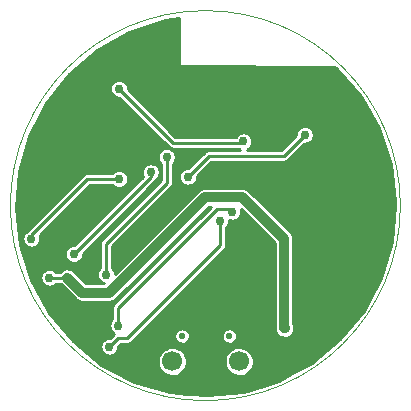
<source format=gbl>
G04 (created by PCBNEW (2013-07-07 BZR 4022)-stable) date 2/27/2015 9:27:32 PM*
%MOIN*%
G04 Gerber Fmt 3.4, Leading zero omitted, Abs format*
%FSLAX34Y34*%
G01*
G70*
G90*
G04 APERTURE LIST*
%ADD10C,0.00590551*%
%ADD11C,0.00393701*%
%ADD12C,0.0669291*%
%ADD13C,0.0216535*%
%ADD14C,0.03*%
%ADD15C,0.035*%
%ADD16C,0.01*%
%ADD17C,0.032*%
G04 APERTURE END LIST*
G54D10*
G54D11*
X84500Y-52000D02*
G75*
G03X84500Y-52000I-6500J0D01*
G74*
G01*
G54D12*
X76899Y-57195D03*
X79124Y-57195D03*
G54D13*
X77224Y-56348D03*
X78799Y-56348D03*
G54D14*
X75120Y-48100D03*
X79270Y-49860D03*
X76710Y-50380D03*
X74690Y-54300D03*
X78500Y-52500D03*
X74800Y-56700D03*
X74000Y-49600D03*
X73500Y-49600D03*
X74000Y-49200D03*
X76890Y-48540D03*
X76905Y-47925D03*
X77445Y-48570D03*
X83025Y-51585D03*
X83025Y-52290D03*
X83040Y-54945D03*
X82425Y-51585D03*
X76180Y-50890D03*
X73619Y-53613D03*
X72200Y-53100D03*
X75120Y-51110D03*
G54D15*
X80640Y-56085D03*
G54D14*
X72800Y-54400D03*
X75100Y-56000D03*
X78900Y-52200D03*
X81315Y-49635D03*
X77420Y-51037D03*
G54D16*
X76920Y-49900D02*
X75120Y-48100D01*
X79230Y-49900D02*
X76920Y-49900D01*
X79270Y-49860D02*
X79230Y-49900D01*
X76710Y-51240D02*
X76710Y-50380D01*
X74680Y-53270D02*
X76710Y-51240D01*
X74680Y-54290D02*
X74680Y-53270D01*
X74690Y-54300D02*
X74680Y-54290D01*
X78500Y-53300D02*
X78500Y-52500D01*
X75400Y-56400D02*
X78500Y-53300D01*
X75100Y-56400D02*
X75400Y-56400D01*
X74800Y-56700D02*
X75100Y-56400D01*
X83025Y-54930D02*
X83025Y-52290D01*
X83040Y-54945D02*
X83025Y-54930D01*
X76180Y-51052D02*
X76180Y-50890D01*
X73619Y-53613D02*
X76180Y-51052D01*
X72190Y-52990D02*
X72190Y-53090D01*
X72190Y-53090D02*
X72200Y-53100D01*
X74070Y-51110D02*
X75120Y-51110D01*
X72190Y-52990D02*
X74070Y-51110D01*
X73400Y-54400D02*
X72800Y-54400D01*
G54D17*
X77980Y-51720D02*
X74800Y-54900D01*
X74800Y-54900D02*
X73900Y-54900D01*
X73900Y-54900D02*
X73400Y-54400D01*
X79230Y-51720D02*
X77980Y-51720D01*
X80625Y-53115D02*
X79230Y-51720D01*
X80625Y-56070D02*
X80625Y-53115D01*
X80640Y-56085D02*
X80625Y-56070D01*
G54D16*
X78900Y-52100D02*
X78900Y-52200D01*
X78400Y-52100D02*
X78900Y-52100D01*
X75100Y-55400D02*
X78400Y-52100D01*
X75100Y-55400D02*
X75100Y-56000D01*
X80610Y-50340D02*
X81315Y-49635D01*
X78117Y-50340D02*
X80610Y-50340D01*
X77420Y-51037D02*
X78117Y-50340D01*
G54D10*
G36*
X84330Y-51992D02*
X84208Y-53229D01*
X83851Y-54411D01*
X83271Y-55502D01*
X82491Y-56459D01*
X81615Y-57184D01*
X81615Y-49605D01*
X81603Y-49547D01*
X81581Y-49493D01*
X81548Y-49444D01*
X81507Y-49402D01*
X81458Y-49369D01*
X81404Y-49347D01*
X81346Y-49335D01*
X81287Y-49334D01*
X81229Y-49345D01*
X81175Y-49367D01*
X81126Y-49400D01*
X81084Y-49441D01*
X81050Y-49489D01*
X81027Y-49543D01*
X81015Y-49601D01*
X81014Y-49652D01*
X80527Y-50140D01*
X79377Y-50140D01*
X79405Y-50129D01*
X79455Y-50097D01*
X79498Y-50056D01*
X79532Y-50008D01*
X79556Y-49955D01*
X79569Y-49897D01*
X79570Y-49830D01*
X79558Y-49772D01*
X79536Y-49718D01*
X79503Y-49669D01*
X79462Y-49627D01*
X79413Y-49594D01*
X79359Y-49572D01*
X79301Y-49560D01*
X79242Y-49559D01*
X79184Y-49570D01*
X79130Y-49592D01*
X79081Y-49625D01*
X79039Y-49666D01*
X79015Y-49700D01*
X77002Y-49700D01*
X75419Y-48116D01*
X75420Y-48070D01*
X75408Y-48012D01*
X75386Y-47958D01*
X75353Y-47909D01*
X75312Y-47867D01*
X75263Y-47834D01*
X75209Y-47812D01*
X75151Y-47800D01*
X75092Y-47799D01*
X75034Y-47810D01*
X74980Y-47832D01*
X74931Y-47865D01*
X74889Y-47906D01*
X74855Y-47954D01*
X74832Y-48008D01*
X74820Y-48066D01*
X74819Y-48125D01*
X74830Y-48183D01*
X74851Y-48237D01*
X74883Y-48287D01*
X74924Y-48329D01*
X74972Y-48363D01*
X75026Y-48386D01*
X75084Y-48399D01*
X75137Y-48400D01*
X76778Y-50041D01*
X76792Y-50053D01*
X76807Y-50065D01*
X76807Y-50065D01*
X76808Y-50066D01*
X76825Y-50074D01*
X76841Y-50083D01*
X76842Y-50084D01*
X76843Y-50084D01*
X76860Y-50090D01*
X76878Y-50095D01*
X76879Y-50095D01*
X76880Y-50096D01*
X76898Y-50097D01*
X76917Y-50099D01*
X76919Y-50099D01*
X76919Y-50099D01*
X76919Y-50099D01*
X76920Y-50100D01*
X79089Y-50100D01*
X79122Y-50123D01*
X79161Y-50140D01*
X78117Y-50140D01*
X78098Y-50141D01*
X78080Y-50143D01*
X78079Y-50143D01*
X78078Y-50143D01*
X78060Y-50149D01*
X78042Y-50154D01*
X78041Y-50154D01*
X78040Y-50155D01*
X78024Y-50163D01*
X78008Y-50172D01*
X78007Y-50172D01*
X78006Y-50173D01*
X77991Y-50185D01*
X77977Y-50196D01*
X77976Y-50198D01*
X77976Y-50198D01*
X77976Y-50198D01*
X77975Y-50198D01*
X77437Y-50737D01*
X77392Y-50736D01*
X77334Y-50747D01*
X77280Y-50769D01*
X77231Y-50802D01*
X77189Y-50843D01*
X77155Y-50891D01*
X77132Y-50945D01*
X77120Y-51003D01*
X77119Y-51062D01*
X77130Y-51120D01*
X77151Y-51174D01*
X77183Y-51224D01*
X77224Y-51266D01*
X77272Y-51300D01*
X77326Y-51323D01*
X77384Y-51336D01*
X77443Y-51337D01*
X77501Y-51327D01*
X77555Y-51306D01*
X77605Y-51274D01*
X77648Y-51233D01*
X77682Y-51185D01*
X77706Y-51132D01*
X77719Y-51074D01*
X77719Y-51020D01*
X78199Y-50540D01*
X80610Y-50540D01*
X80628Y-50538D01*
X80646Y-50536D01*
X80647Y-50536D01*
X80648Y-50536D01*
X80666Y-50530D01*
X80684Y-50525D01*
X80685Y-50525D01*
X80686Y-50524D01*
X80702Y-50516D01*
X80718Y-50507D01*
X80719Y-50507D01*
X80720Y-50506D01*
X80735Y-50494D01*
X80749Y-50483D01*
X80750Y-50481D01*
X80750Y-50481D01*
X80750Y-50481D01*
X80751Y-50481D01*
X81298Y-49934D01*
X81338Y-49935D01*
X81396Y-49925D01*
X81450Y-49904D01*
X81500Y-49872D01*
X81543Y-49831D01*
X81577Y-49783D01*
X81601Y-49730D01*
X81614Y-49672D01*
X81615Y-49605D01*
X81615Y-57184D01*
X81539Y-57247D01*
X80965Y-57557D01*
X80965Y-56053D01*
X80952Y-55990D01*
X80935Y-55947D01*
X80935Y-53115D01*
X80932Y-53086D01*
X80929Y-53057D01*
X80929Y-53056D01*
X80929Y-53054D01*
X80920Y-53027D01*
X80912Y-52999D01*
X80912Y-52998D01*
X80911Y-52996D01*
X80898Y-52971D01*
X80884Y-52946D01*
X80883Y-52944D01*
X80883Y-52943D01*
X80865Y-52921D01*
X80847Y-52898D01*
X80845Y-52896D01*
X80844Y-52896D01*
X80844Y-52896D01*
X80844Y-52895D01*
X79449Y-51500D01*
X79427Y-51482D01*
X79405Y-51464D01*
X79403Y-51463D01*
X79402Y-51462D01*
X79377Y-51448D01*
X79352Y-51435D01*
X79350Y-51434D01*
X79349Y-51433D01*
X79321Y-51425D01*
X79294Y-51416D01*
X79292Y-51416D01*
X79291Y-51416D01*
X79262Y-51413D01*
X79234Y-51410D01*
X79231Y-51410D01*
X79231Y-51410D01*
X79231Y-51410D01*
X79230Y-51410D01*
X77980Y-51410D01*
X77951Y-51412D01*
X77922Y-51415D01*
X77921Y-51415D01*
X77919Y-51415D01*
X77892Y-51424D01*
X77864Y-51432D01*
X77863Y-51432D01*
X77861Y-51433D01*
X77836Y-51446D01*
X77811Y-51460D01*
X77809Y-51461D01*
X77808Y-51461D01*
X77786Y-51479D01*
X77763Y-51497D01*
X77761Y-51499D01*
X77761Y-51500D01*
X77761Y-51500D01*
X77760Y-51500D01*
X74989Y-54271D01*
X74990Y-54270D01*
X74978Y-54212D01*
X74956Y-54158D01*
X74923Y-54109D01*
X74882Y-54067D01*
X74880Y-54066D01*
X74880Y-53352D01*
X76851Y-51381D01*
X76863Y-51367D01*
X76875Y-51352D01*
X76875Y-51352D01*
X76876Y-51351D01*
X76884Y-51335D01*
X76893Y-51318D01*
X76894Y-51317D01*
X76894Y-51316D01*
X76900Y-51299D01*
X76905Y-51281D01*
X76905Y-51280D01*
X76906Y-51279D01*
X76907Y-51261D01*
X76909Y-51242D01*
X76909Y-51240D01*
X76909Y-51240D01*
X76909Y-51240D01*
X76910Y-51240D01*
X76910Y-50603D01*
X76938Y-50576D01*
X76972Y-50528D01*
X76996Y-50475D01*
X77009Y-50417D01*
X77010Y-50350D01*
X76998Y-50292D01*
X76976Y-50238D01*
X76943Y-50189D01*
X76902Y-50147D01*
X76853Y-50114D01*
X76799Y-50092D01*
X76741Y-50080D01*
X76682Y-50079D01*
X76624Y-50090D01*
X76570Y-50112D01*
X76521Y-50145D01*
X76479Y-50186D01*
X76445Y-50234D01*
X76422Y-50288D01*
X76410Y-50346D01*
X76409Y-50405D01*
X76420Y-50463D01*
X76441Y-50517D01*
X76473Y-50567D01*
X76510Y-50604D01*
X76510Y-51157D01*
X76480Y-51187D01*
X76480Y-50860D01*
X76468Y-50802D01*
X76446Y-50748D01*
X76413Y-50699D01*
X76372Y-50657D01*
X76323Y-50624D01*
X76269Y-50602D01*
X76211Y-50590D01*
X76152Y-50589D01*
X76094Y-50600D01*
X76040Y-50622D01*
X75991Y-50655D01*
X75949Y-50696D01*
X75915Y-50744D01*
X75892Y-50798D01*
X75880Y-50856D01*
X75879Y-50915D01*
X75890Y-50973D01*
X75911Y-51027D01*
X75915Y-51033D01*
X75420Y-51529D01*
X75420Y-51080D01*
X75408Y-51022D01*
X75386Y-50968D01*
X75353Y-50919D01*
X75312Y-50877D01*
X75263Y-50844D01*
X75209Y-50822D01*
X75151Y-50810D01*
X75092Y-50809D01*
X75034Y-50820D01*
X74980Y-50842D01*
X74931Y-50875D01*
X74895Y-50910D01*
X74070Y-50910D01*
X74051Y-50911D01*
X74033Y-50913D01*
X74032Y-50913D01*
X74031Y-50913D01*
X74013Y-50919D01*
X73995Y-50924D01*
X73994Y-50924D01*
X73993Y-50925D01*
X73977Y-50933D01*
X73961Y-50942D01*
X73960Y-50942D01*
X73959Y-50943D01*
X73944Y-50955D01*
X73930Y-50966D01*
X73929Y-50968D01*
X73929Y-50968D01*
X73929Y-50968D01*
X73928Y-50968D01*
X72066Y-52830D01*
X72060Y-52832D01*
X72011Y-52865D01*
X71969Y-52906D01*
X71935Y-52954D01*
X71912Y-53008D01*
X71900Y-53066D01*
X71899Y-53125D01*
X71910Y-53183D01*
X71931Y-53237D01*
X71963Y-53287D01*
X72004Y-53329D01*
X72052Y-53363D01*
X72106Y-53386D01*
X72164Y-53399D01*
X72223Y-53400D01*
X72281Y-53390D01*
X72335Y-53369D01*
X72385Y-53337D01*
X72428Y-53296D01*
X72462Y-53248D01*
X72486Y-53195D01*
X72499Y-53137D01*
X72500Y-53070D01*
X72488Y-53012D01*
X72477Y-52985D01*
X74152Y-51310D01*
X74896Y-51310D01*
X74924Y-51339D01*
X74972Y-51373D01*
X75026Y-51396D01*
X75084Y-51409D01*
X75143Y-51410D01*
X75201Y-51400D01*
X75255Y-51379D01*
X75305Y-51347D01*
X75348Y-51306D01*
X75382Y-51258D01*
X75406Y-51205D01*
X75419Y-51147D01*
X75420Y-51080D01*
X75420Y-51529D01*
X73636Y-53313D01*
X73591Y-53312D01*
X73533Y-53323D01*
X73479Y-53345D01*
X73430Y-53378D01*
X73388Y-53419D01*
X73354Y-53467D01*
X73331Y-53521D01*
X73319Y-53579D01*
X73318Y-53638D01*
X73329Y-53696D01*
X73350Y-53750D01*
X73382Y-53800D01*
X73423Y-53842D01*
X73471Y-53876D01*
X73525Y-53899D01*
X73583Y-53912D01*
X73642Y-53913D01*
X73700Y-53903D01*
X73754Y-53882D01*
X73804Y-53850D01*
X73847Y-53809D01*
X73881Y-53761D01*
X73905Y-53708D01*
X73918Y-53650D01*
X73918Y-53596D01*
X76321Y-51193D01*
X76333Y-51179D01*
X76345Y-51164D01*
X76345Y-51164D01*
X76346Y-51163D01*
X76354Y-51146D01*
X76363Y-51130D01*
X76364Y-51129D01*
X76364Y-51128D01*
X76364Y-51127D01*
X76365Y-51127D01*
X76408Y-51086D01*
X76442Y-51038D01*
X76466Y-50985D01*
X76479Y-50927D01*
X76480Y-50860D01*
X76480Y-51187D01*
X74538Y-53128D01*
X74526Y-53142D01*
X74514Y-53157D01*
X74514Y-53157D01*
X74513Y-53158D01*
X74505Y-53175D01*
X74496Y-53191D01*
X74495Y-53192D01*
X74495Y-53193D01*
X74489Y-53210D01*
X74484Y-53228D01*
X74484Y-53229D01*
X74483Y-53230D01*
X74482Y-53248D01*
X74480Y-53267D01*
X74480Y-53269D01*
X74480Y-53269D01*
X74480Y-53269D01*
X74480Y-53270D01*
X74480Y-54085D01*
X74459Y-54106D01*
X74425Y-54154D01*
X74402Y-54208D01*
X74390Y-54266D01*
X74389Y-54325D01*
X74400Y-54383D01*
X74421Y-54437D01*
X74453Y-54487D01*
X74494Y-54529D01*
X74542Y-54563D01*
X74596Y-54586D01*
X74611Y-54590D01*
X74028Y-54590D01*
X73619Y-54180D01*
X73572Y-54142D01*
X73519Y-54113D01*
X73461Y-54096D01*
X73401Y-54090D01*
X73340Y-54095D01*
X73282Y-54112D01*
X73229Y-54141D01*
X73182Y-54179D01*
X73165Y-54200D01*
X73024Y-54200D01*
X72992Y-54167D01*
X72943Y-54134D01*
X72889Y-54112D01*
X72831Y-54100D01*
X72772Y-54099D01*
X72714Y-54110D01*
X72660Y-54132D01*
X72611Y-54165D01*
X72569Y-54206D01*
X72535Y-54254D01*
X72512Y-54308D01*
X72500Y-54366D01*
X72499Y-54425D01*
X72510Y-54483D01*
X72531Y-54537D01*
X72563Y-54587D01*
X72604Y-54629D01*
X72652Y-54663D01*
X72706Y-54686D01*
X72764Y-54699D01*
X72823Y-54700D01*
X72881Y-54690D01*
X72935Y-54669D01*
X72985Y-54637D01*
X73025Y-54600D01*
X73164Y-54600D01*
X73177Y-54616D01*
X73180Y-54619D01*
X73680Y-55119D01*
X73702Y-55137D01*
X73724Y-55155D01*
X73726Y-55156D01*
X73727Y-55157D01*
X73752Y-55171D01*
X73777Y-55184D01*
X73779Y-55185D01*
X73780Y-55186D01*
X73808Y-55194D01*
X73835Y-55203D01*
X73837Y-55203D01*
X73838Y-55203D01*
X73867Y-55206D01*
X73895Y-55209D01*
X73898Y-55209D01*
X73898Y-55209D01*
X73898Y-55209D01*
X73900Y-55210D01*
X74800Y-55210D01*
X74828Y-55207D01*
X74857Y-55204D01*
X74858Y-55204D01*
X74860Y-55204D01*
X74887Y-55195D01*
X74915Y-55187D01*
X74916Y-55187D01*
X74918Y-55186D01*
X74943Y-55173D01*
X74968Y-55159D01*
X74970Y-55158D01*
X74971Y-55158D01*
X74993Y-55140D01*
X75016Y-55122D01*
X75018Y-55120D01*
X75018Y-55119D01*
X75018Y-55119D01*
X75019Y-55119D01*
X78108Y-52030D01*
X78187Y-52030D01*
X74958Y-55258D01*
X74946Y-55272D01*
X74934Y-55287D01*
X74934Y-55287D01*
X74933Y-55288D01*
X74925Y-55305D01*
X74916Y-55321D01*
X74915Y-55322D01*
X74915Y-55323D01*
X74909Y-55340D01*
X74904Y-55358D01*
X74904Y-55359D01*
X74903Y-55360D01*
X74902Y-55378D01*
X74900Y-55397D01*
X74900Y-55399D01*
X74900Y-55399D01*
X74900Y-55399D01*
X74900Y-55400D01*
X74900Y-55775D01*
X74869Y-55806D01*
X74835Y-55854D01*
X74812Y-55908D01*
X74800Y-55966D01*
X74799Y-56025D01*
X74810Y-56083D01*
X74831Y-56137D01*
X74863Y-56187D01*
X74904Y-56229D01*
X74952Y-56263D01*
X74953Y-56263D01*
X74817Y-56400D01*
X74772Y-56399D01*
X74714Y-56410D01*
X74660Y-56432D01*
X74611Y-56465D01*
X74569Y-56506D01*
X74535Y-56554D01*
X74512Y-56608D01*
X74500Y-56666D01*
X74499Y-56725D01*
X74510Y-56783D01*
X74531Y-56837D01*
X74563Y-56887D01*
X74604Y-56929D01*
X74652Y-56963D01*
X74706Y-56986D01*
X74764Y-56999D01*
X74823Y-57000D01*
X74881Y-56990D01*
X74935Y-56969D01*
X74985Y-56937D01*
X75028Y-56896D01*
X75062Y-56848D01*
X75086Y-56795D01*
X75099Y-56737D01*
X75099Y-56683D01*
X75182Y-56600D01*
X75400Y-56600D01*
X75418Y-56598D01*
X75436Y-56596D01*
X75437Y-56596D01*
X75438Y-56596D01*
X75456Y-56590D01*
X75474Y-56585D01*
X75475Y-56585D01*
X75476Y-56584D01*
X75492Y-56576D01*
X75508Y-56567D01*
X75509Y-56567D01*
X75510Y-56566D01*
X75525Y-56554D01*
X75539Y-56543D01*
X75540Y-56541D01*
X75540Y-56541D01*
X75540Y-56541D01*
X75541Y-56541D01*
X78641Y-53441D01*
X78653Y-53427D01*
X78665Y-53412D01*
X78665Y-53412D01*
X78666Y-53411D01*
X78674Y-53394D01*
X78683Y-53378D01*
X78684Y-53377D01*
X78684Y-53376D01*
X78690Y-53359D01*
X78695Y-53341D01*
X78695Y-53340D01*
X78696Y-53339D01*
X78697Y-53321D01*
X78699Y-53302D01*
X78699Y-53300D01*
X78699Y-53300D01*
X78699Y-53300D01*
X78700Y-53300D01*
X78700Y-52723D01*
X78728Y-52696D01*
X78762Y-52648D01*
X78786Y-52595D01*
X78799Y-52537D01*
X78799Y-52483D01*
X78806Y-52486D01*
X78864Y-52499D01*
X78923Y-52500D01*
X78981Y-52490D01*
X79035Y-52469D01*
X79085Y-52437D01*
X79128Y-52396D01*
X79162Y-52348D01*
X79186Y-52295D01*
X79199Y-52237D01*
X79200Y-52170D01*
X79189Y-52118D01*
X80315Y-53243D01*
X80315Y-56070D01*
X80315Y-56071D01*
X80314Y-56112D01*
X80326Y-56175D01*
X80349Y-56234D01*
X80384Y-56287D01*
X80428Y-56333D01*
X80480Y-56370D01*
X80539Y-56395D01*
X80601Y-56409D01*
X80665Y-56410D01*
X80727Y-56399D01*
X80787Y-56376D01*
X80841Y-56342D01*
X80887Y-56298D01*
X80923Y-56246D01*
X80949Y-56188D01*
X80963Y-56125D01*
X80965Y-56053D01*
X80965Y-57557D01*
X80452Y-57834D01*
X79608Y-58096D01*
X79608Y-57147D01*
X79590Y-57054D01*
X79554Y-56966D01*
X79501Y-56887D01*
X79434Y-56820D01*
X79355Y-56766D01*
X79268Y-56730D01*
X79175Y-56711D01*
X79080Y-56710D01*
X79057Y-56714D01*
X79057Y-56323D01*
X79047Y-56273D01*
X79028Y-56227D01*
X79000Y-56184D01*
X78964Y-56148D01*
X78922Y-56120D01*
X78875Y-56100D01*
X78826Y-56090D01*
X78775Y-56090D01*
X78725Y-56099D01*
X78678Y-56118D01*
X78636Y-56146D01*
X78600Y-56182D01*
X78571Y-56223D01*
X78551Y-56270D01*
X78541Y-56319D01*
X78540Y-56370D01*
X78549Y-56420D01*
X78568Y-56467D01*
X78595Y-56510D01*
X78630Y-56546D01*
X78672Y-56575D01*
X78718Y-56595D01*
X78768Y-56606D01*
X78818Y-56607D01*
X78868Y-56598D01*
X78916Y-56580D01*
X78958Y-56553D01*
X78995Y-56518D01*
X79024Y-56477D01*
X79045Y-56430D01*
X79056Y-56381D01*
X79057Y-56323D01*
X79057Y-56714D01*
X78986Y-56728D01*
X78898Y-56763D01*
X78819Y-56815D01*
X78751Y-56882D01*
X78697Y-56960D01*
X78660Y-57048D01*
X78640Y-57141D01*
X78638Y-57236D01*
X78656Y-57329D01*
X78691Y-57417D01*
X78742Y-57497D01*
X78808Y-57566D01*
X78886Y-57620D01*
X78973Y-57658D01*
X79066Y-57678D01*
X79161Y-57680D01*
X79255Y-57664D01*
X79343Y-57630D01*
X79424Y-57579D01*
X79492Y-57513D01*
X79547Y-57435D01*
X79586Y-57349D01*
X79607Y-57256D01*
X79608Y-57147D01*
X79608Y-58096D01*
X79272Y-58200D01*
X78044Y-58329D01*
X77482Y-58278D01*
X77482Y-56323D01*
X77473Y-56273D01*
X77453Y-56227D01*
X77425Y-56184D01*
X77390Y-56148D01*
X77348Y-56120D01*
X77301Y-56100D01*
X77251Y-56090D01*
X77201Y-56090D01*
X77151Y-56099D01*
X77104Y-56118D01*
X77061Y-56146D01*
X77025Y-56182D01*
X76997Y-56223D01*
X76977Y-56270D01*
X76966Y-56319D01*
X76965Y-56370D01*
X76975Y-56420D01*
X76993Y-56467D01*
X77021Y-56510D01*
X77056Y-56546D01*
X77097Y-56575D01*
X77144Y-56595D01*
X77193Y-56606D01*
X77244Y-56607D01*
X77294Y-56598D01*
X77341Y-56580D01*
X77384Y-56553D01*
X77421Y-56518D01*
X77450Y-56477D01*
X77470Y-56430D01*
X77482Y-56381D01*
X77482Y-56323D01*
X77482Y-58278D01*
X77384Y-58269D01*
X77384Y-57147D01*
X77366Y-57054D01*
X77329Y-56966D01*
X77277Y-56887D01*
X77210Y-56820D01*
X77131Y-56766D01*
X77043Y-56730D01*
X76950Y-56711D01*
X76855Y-56710D01*
X76762Y-56728D01*
X76674Y-56763D01*
X76594Y-56815D01*
X76526Y-56882D01*
X76473Y-56960D01*
X76435Y-57048D01*
X76415Y-57141D01*
X76414Y-57236D01*
X76431Y-57329D01*
X76466Y-57417D01*
X76518Y-57497D01*
X76584Y-57566D01*
X76662Y-57620D01*
X76749Y-57658D01*
X76842Y-57678D01*
X76937Y-57680D01*
X77030Y-57664D01*
X77119Y-57630D01*
X77199Y-57579D01*
X77268Y-57513D01*
X77323Y-57435D01*
X77361Y-57349D01*
X77382Y-57256D01*
X77384Y-57147D01*
X77384Y-58269D01*
X76813Y-58217D01*
X75628Y-57868D01*
X74534Y-57296D01*
X73571Y-56522D01*
X72777Y-55575D01*
X72182Y-54493D01*
X71808Y-53315D01*
X71671Y-52088D01*
X71774Y-50857D01*
X72114Y-49669D01*
X72679Y-48571D01*
X73446Y-47603D01*
X74387Y-46802D01*
X75465Y-46199D01*
X76640Y-45818D01*
X77120Y-45761D01*
X77120Y-47359D01*
X82302Y-47367D01*
X82364Y-47416D01*
X83172Y-48351D01*
X83782Y-49425D01*
X84172Y-50597D01*
X84327Y-51830D01*
X84330Y-51992D01*
X84330Y-51992D01*
G37*
G54D16*
X84330Y-51992D02*
X84208Y-53229D01*
X83851Y-54411D01*
X83271Y-55502D01*
X82491Y-56459D01*
X81615Y-57184D01*
X81615Y-49605D01*
X81603Y-49547D01*
X81581Y-49493D01*
X81548Y-49444D01*
X81507Y-49402D01*
X81458Y-49369D01*
X81404Y-49347D01*
X81346Y-49335D01*
X81287Y-49334D01*
X81229Y-49345D01*
X81175Y-49367D01*
X81126Y-49400D01*
X81084Y-49441D01*
X81050Y-49489D01*
X81027Y-49543D01*
X81015Y-49601D01*
X81014Y-49652D01*
X80527Y-50140D01*
X79377Y-50140D01*
X79405Y-50129D01*
X79455Y-50097D01*
X79498Y-50056D01*
X79532Y-50008D01*
X79556Y-49955D01*
X79569Y-49897D01*
X79570Y-49830D01*
X79558Y-49772D01*
X79536Y-49718D01*
X79503Y-49669D01*
X79462Y-49627D01*
X79413Y-49594D01*
X79359Y-49572D01*
X79301Y-49560D01*
X79242Y-49559D01*
X79184Y-49570D01*
X79130Y-49592D01*
X79081Y-49625D01*
X79039Y-49666D01*
X79015Y-49700D01*
X77002Y-49700D01*
X75419Y-48116D01*
X75420Y-48070D01*
X75408Y-48012D01*
X75386Y-47958D01*
X75353Y-47909D01*
X75312Y-47867D01*
X75263Y-47834D01*
X75209Y-47812D01*
X75151Y-47800D01*
X75092Y-47799D01*
X75034Y-47810D01*
X74980Y-47832D01*
X74931Y-47865D01*
X74889Y-47906D01*
X74855Y-47954D01*
X74832Y-48008D01*
X74820Y-48066D01*
X74819Y-48125D01*
X74830Y-48183D01*
X74851Y-48237D01*
X74883Y-48287D01*
X74924Y-48329D01*
X74972Y-48363D01*
X75026Y-48386D01*
X75084Y-48399D01*
X75137Y-48400D01*
X76778Y-50041D01*
X76792Y-50053D01*
X76807Y-50065D01*
X76807Y-50065D01*
X76808Y-50066D01*
X76825Y-50074D01*
X76841Y-50083D01*
X76842Y-50084D01*
X76843Y-50084D01*
X76860Y-50090D01*
X76878Y-50095D01*
X76879Y-50095D01*
X76880Y-50096D01*
X76898Y-50097D01*
X76917Y-50099D01*
X76919Y-50099D01*
X76919Y-50099D01*
X76919Y-50099D01*
X76920Y-50100D01*
X79089Y-50100D01*
X79122Y-50123D01*
X79161Y-50140D01*
X78117Y-50140D01*
X78098Y-50141D01*
X78080Y-50143D01*
X78079Y-50143D01*
X78078Y-50143D01*
X78060Y-50149D01*
X78042Y-50154D01*
X78041Y-50154D01*
X78040Y-50155D01*
X78024Y-50163D01*
X78008Y-50172D01*
X78007Y-50172D01*
X78006Y-50173D01*
X77991Y-50185D01*
X77977Y-50196D01*
X77976Y-50198D01*
X77976Y-50198D01*
X77976Y-50198D01*
X77975Y-50198D01*
X77437Y-50737D01*
X77392Y-50736D01*
X77334Y-50747D01*
X77280Y-50769D01*
X77231Y-50802D01*
X77189Y-50843D01*
X77155Y-50891D01*
X77132Y-50945D01*
X77120Y-51003D01*
X77119Y-51062D01*
X77130Y-51120D01*
X77151Y-51174D01*
X77183Y-51224D01*
X77224Y-51266D01*
X77272Y-51300D01*
X77326Y-51323D01*
X77384Y-51336D01*
X77443Y-51337D01*
X77501Y-51327D01*
X77555Y-51306D01*
X77605Y-51274D01*
X77648Y-51233D01*
X77682Y-51185D01*
X77706Y-51132D01*
X77719Y-51074D01*
X77719Y-51020D01*
X78199Y-50540D01*
X80610Y-50540D01*
X80628Y-50538D01*
X80646Y-50536D01*
X80647Y-50536D01*
X80648Y-50536D01*
X80666Y-50530D01*
X80684Y-50525D01*
X80685Y-50525D01*
X80686Y-50524D01*
X80702Y-50516D01*
X80718Y-50507D01*
X80719Y-50507D01*
X80720Y-50506D01*
X80735Y-50494D01*
X80749Y-50483D01*
X80750Y-50481D01*
X80750Y-50481D01*
X80750Y-50481D01*
X80751Y-50481D01*
X81298Y-49934D01*
X81338Y-49935D01*
X81396Y-49925D01*
X81450Y-49904D01*
X81500Y-49872D01*
X81543Y-49831D01*
X81577Y-49783D01*
X81601Y-49730D01*
X81614Y-49672D01*
X81615Y-49605D01*
X81615Y-57184D01*
X81539Y-57247D01*
X80965Y-57557D01*
X80965Y-56053D01*
X80952Y-55990D01*
X80935Y-55947D01*
X80935Y-53115D01*
X80932Y-53086D01*
X80929Y-53057D01*
X80929Y-53056D01*
X80929Y-53054D01*
X80920Y-53027D01*
X80912Y-52999D01*
X80912Y-52998D01*
X80911Y-52996D01*
X80898Y-52971D01*
X80884Y-52946D01*
X80883Y-52944D01*
X80883Y-52943D01*
X80865Y-52921D01*
X80847Y-52898D01*
X80845Y-52896D01*
X80844Y-52896D01*
X80844Y-52896D01*
X80844Y-52895D01*
X79449Y-51500D01*
X79427Y-51482D01*
X79405Y-51464D01*
X79403Y-51463D01*
X79402Y-51462D01*
X79377Y-51448D01*
X79352Y-51435D01*
X79350Y-51434D01*
X79349Y-51433D01*
X79321Y-51425D01*
X79294Y-51416D01*
X79292Y-51416D01*
X79291Y-51416D01*
X79262Y-51413D01*
X79234Y-51410D01*
X79231Y-51410D01*
X79231Y-51410D01*
X79231Y-51410D01*
X79230Y-51410D01*
X77980Y-51410D01*
X77951Y-51412D01*
X77922Y-51415D01*
X77921Y-51415D01*
X77919Y-51415D01*
X77892Y-51424D01*
X77864Y-51432D01*
X77863Y-51432D01*
X77861Y-51433D01*
X77836Y-51446D01*
X77811Y-51460D01*
X77809Y-51461D01*
X77808Y-51461D01*
X77786Y-51479D01*
X77763Y-51497D01*
X77761Y-51499D01*
X77761Y-51500D01*
X77761Y-51500D01*
X77760Y-51500D01*
X74989Y-54271D01*
X74990Y-54270D01*
X74978Y-54212D01*
X74956Y-54158D01*
X74923Y-54109D01*
X74882Y-54067D01*
X74880Y-54066D01*
X74880Y-53352D01*
X76851Y-51381D01*
X76863Y-51367D01*
X76875Y-51352D01*
X76875Y-51352D01*
X76876Y-51351D01*
X76884Y-51335D01*
X76893Y-51318D01*
X76894Y-51317D01*
X76894Y-51316D01*
X76900Y-51299D01*
X76905Y-51281D01*
X76905Y-51280D01*
X76906Y-51279D01*
X76907Y-51261D01*
X76909Y-51242D01*
X76909Y-51240D01*
X76909Y-51240D01*
X76909Y-51240D01*
X76910Y-51240D01*
X76910Y-50603D01*
X76938Y-50576D01*
X76972Y-50528D01*
X76996Y-50475D01*
X77009Y-50417D01*
X77010Y-50350D01*
X76998Y-50292D01*
X76976Y-50238D01*
X76943Y-50189D01*
X76902Y-50147D01*
X76853Y-50114D01*
X76799Y-50092D01*
X76741Y-50080D01*
X76682Y-50079D01*
X76624Y-50090D01*
X76570Y-50112D01*
X76521Y-50145D01*
X76479Y-50186D01*
X76445Y-50234D01*
X76422Y-50288D01*
X76410Y-50346D01*
X76409Y-50405D01*
X76420Y-50463D01*
X76441Y-50517D01*
X76473Y-50567D01*
X76510Y-50604D01*
X76510Y-51157D01*
X76480Y-51187D01*
X76480Y-50860D01*
X76468Y-50802D01*
X76446Y-50748D01*
X76413Y-50699D01*
X76372Y-50657D01*
X76323Y-50624D01*
X76269Y-50602D01*
X76211Y-50590D01*
X76152Y-50589D01*
X76094Y-50600D01*
X76040Y-50622D01*
X75991Y-50655D01*
X75949Y-50696D01*
X75915Y-50744D01*
X75892Y-50798D01*
X75880Y-50856D01*
X75879Y-50915D01*
X75890Y-50973D01*
X75911Y-51027D01*
X75915Y-51033D01*
X75420Y-51529D01*
X75420Y-51080D01*
X75408Y-51022D01*
X75386Y-50968D01*
X75353Y-50919D01*
X75312Y-50877D01*
X75263Y-50844D01*
X75209Y-50822D01*
X75151Y-50810D01*
X75092Y-50809D01*
X75034Y-50820D01*
X74980Y-50842D01*
X74931Y-50875D01*
X74895Y-50910D01*
X74070Y-50910D01*
X74051Y-50911D01*
X74033Y-50913D01*
X74032Y-50913D01*
X74031Y-50913D01*
X74013Y-50919D01*
X73995Y-50924D01*
X73994Y-50924D01*
X73993Y-50925D01*
X73977Y-50933D01*
X73961Y-50942D01*
X73960Y-50942D01*
X73959Y-50943D01*
X73944Y-50955D01*
X73930Y-50966D01*
X73929Y-50968D01*
X73929Y-50968D01*
X73929Y-50968D01*
X73928Y-50968D01*
X72066Y-52830D01*
X72060Y-52832D01*
X72011Y-52865D01*
X71969Y-52906D01*
X71935Y-52954D01*
X71912Y-53008D01*
X71900Y-53066D01*
X71899Y-53125D01*
X71910Y-53183D01*
X71931Y-53237D01*
X71963Y-53287D01*
X72004Y-53329D01*
X72052Y-53363D01*
X72106Y-53386D01*
X72164Y-53399D01*
X72223Y-53400D01*
X72281Y-53390D01*
X72335Y-53369D01*
X72385Y-53337D01*
X72428Y-53296D01*
X72462Y-53248D01*
X72486Y-53195D01*
X72499Y-53137D01*
X72500Y-53070D01*
X72488Y-53012D01*
X72477Y-52985D01*
X74152Y-51310D01*
X74896Y-51310D01*
X74924Y-51339D01*
X74972Y-51373D01*
X75026Y-51396D01*
X75084Y-51409D01*
X75143Y-51410D01*
X75201Y-51400D01*
X75255Y-51379D01*
X75305Y-51347D01*
X75348Y-51306D01*
X75382Y-51258D01*
X75406Y-51205D01*
X75419Y-51147D01*
X75420Y-51080D01*
X75420Y-51529D01*
X73636Y-53313D01*
X73591Y-53312D01*
X73533Y-53323D01*
X73479Y-53345D01*
X73430Y-53378D01*
X73388Y-53419D01*
X73354Y-53467D01*
X73331Y-53521D01*
X73319Y-53579D01*
X73318Y-53638D01*
X73329Y-53696D01*
X73350Y-53750D01*
X73382Y-53800D01*
X73423Y-53842D01*
X73471Y-53876D01*
X73525Y-53899D01*
X73583Y-53912D01*
X73642Y-53913D01*
X73700Y-53903D01*
X73754Y-53882D01*
X73804Y-53850D01*
X73847Y-53809D01*
X73881Y-53761D01*
X73905Y-53708D01*
X73918Y-53650D01*
X73918Y-53596D01*
X76321Y-51193D01*
X76333Y-51179D01*
X76345Y-51164D01*
X76345Y-51164D01*
X76346Y-51163D01*
X76354Y-51146D01*
X76363Y-51130D01*
X76364Y-51129D01*
X76364Y-51128D01*
X76364Y-51127D01*
X76365Y-51127D01*
X76408Y-51086D01*
X76442Y-51038D01*
X76466Y-50985D01*
X76479Y-50927D01*
X76480Y-50860D01*
X76480Y-51187D01*
X74538Y-53128D01*
X74526Y-53142D01*
X74514Y-53157D01*
X74514Y-53157D01*
X74513Y-53158D01*
X74505Y-53175D01*
X74496Y-53191D01*
X74495Y-53192D01*
X74495Y-53193D01*
X74489Y-53210D01*
X74484Y-53228D01*
X74484Y-53229D01*
X74483Y-53230D01*
X74482Y-53248D01*
X74480Y-53267D01*
X74480Y-53269D01*
X74480Y-53269D01*
X74480Y-53269D01*
X74480Y-53270D01*
X74480Y-54085D01*
X74459Y-54106D01*
X74425Y-54154D01*
X74402Y-54208D01*
X74390Y-54266D01*
X74389Y-54325D01*
X74400Y-54383D01*
X74421Y-54437D01*
X74453Y-54487D01*
X74494Y-54529D01*
X74542Y-54563D01*
X74596Y-54586D01*
X74611Y-54590D01*
X74028Y-54590D01*
X73619Y-54180D01*
X73572Y-54142D01*
X73519Y-54113D01*
X73461Y-54096D01*
X73401Y-54090D01*
X73340Y-54095D01*
X73282Y-54112D01*
X73229Y-54141D01*
X73182Y-54179D01*
X73165Y-54200D01*
X73024Y-54200D01*
X72992Y-54167D01*
X72943Y-54134D01*
X72889Y-54112D01*
X72831Y-54100D01*
X72772Y-54099D01*
X72714Y-54110D01*
X72660Y-54132D01*
X72611Y-54165D01*
X72569Y-54206D01*
X72535Y-54254D01*
X72512Y-54308D01*
X72500Y-54366D01*
X72499Y-54425D01*
X72510Y-54483D01*
X72531Y-54537D01*
X72563Y-54587D01*
X72604Y-54629D01*
X72652Y-54663D01*
X72706Y-54686D01*
X72764Y-54699D01*
X72823Y-54700D01*
X72881Y-54690D01*
X72935Y-54669D01*
X72985Y-54637D01*
X73025Y-54600D01*
X73164Y-54600D01*
X73177Y-54616D01*
X73180Y-54619D01*
X73680Y-55119D01*
X73702Y-55137D01*
X73724Y-55155D01*
X73726Y-55156D01*
X73727Y-55157D01*
X73752Y-55171D01*
X73777Y-55184D01*
X73779Y-55185D01*
X73780Y-55186D01*
X73808Y-55194D01*
X73835Y-55203D01*
X73837Y-55203D01*
X73838Y-55203D01*
X73867Y-55206D01*
X73895Y-55209D01*
X73898Y-55209D01*
X73898Y-55209D01*
X73898Y-55209D01*
X73900Y-55210D01*
X74800Y-55210D01*
X74828Y-55207D01*
X74857Y-55204D01*
X74858Y-55204D01*
X74860Y-55204D01*
X74887Y-55195D01*
X74915Y-55187D01*
X74916Y-55187D01*
X74918Y-55186D01*
X74943Y-55173D01*
X74968Y-55159D01*
X74970Y-55158D01*
X74971Y-55158D01*
X74993Y-55140D01*
X75016Y-55122D01*
X75018Y-55120D01*
X75018Y-55119D01*
X75018Y-55119D01*
X75019Y-55119D01*
X78108Y-52030D01*
X78187Y-52030D01*
X74958Y-55258D01*
X74946Y-55272D01*
X74934Y-55287D01*
X74934Y-55287D01*
X74933Y-55288D01*
X74925Y-55305D01*
X74916Y-55321D01*
X74915Y-55322D01*
X74915Y-55323D01*
X74909Y-55340D01*
X74904Y-55358D01*
X74904Y-55359D01*
X74903Y-55360D01*
X74902Y-55378D01*
X74900Y-55397D01*
X74900Y-55399D01*
X74900Y-55399D01*
X74900Y-55399D01*
X74900Y-55400D01*
X74900Y-55775D01*
X74869Y-55806D01*
X74835Y-55854D01*
X74812Y-55908D01*
X74800Y-55966D01*
X74799Y-56025D01*
X74810Y-56083D01*
X74831Y-56137D01*
X74863Y-56187D01*
X74904Y-56229D01*
X74952Y-56263D01*
X74953Y-56263D01*
X74817Y-56400D01*
X74772Y-56399D01*
X74714Y-56410D01*
X74660Y-56432D01*
X74611Y-56465D01*
X74569Y-56506D01*
X74535Y-56554D01*
X74512Y-56608D01*
X74500Y-56666D01*
X74499Y-56725D01*
X74510Y-56783D01*
X74531Y-56837D01*
X74563Y-56887D01*
X74604Y-56929D01*
X74652Y-56963D01*
X74706Y-56986D01*
X74764Y-56999D01*
X74823Y-57000D01*
X74881Y-56990D01*
X74935Y-56969D01*
X74985Y-56937D01*
X75028Y-56896D01*
X75062Y-56848D01*
X75086Y-56795D01*
X75099Y-56737D01*
X75099Y-56683D01*
X75182Y-56600D01*
X75400Y-56600D01*
X75418Y-56598D01*
X75436Y-56596D01*
X75437Y-56596D01*
X75438Y-56596D01*
X75456Y-56590D01*
X75474Y-56585D01*
X75475Y-56585D01*
X75476Y-56584D01*
X75492Y-56576D01*
X75508Y-56567D01*
X75509Y-56567D01*
X75510Y-56566D01*
X75525Y-56554D01*
X75539Y-56543D01*
X75540Y-56541D01*
X75540Y-56541D01*
X75540Y-56541D01*
X75541Y-56541D01*
X78641Y-53441D01*
X78653Y-53427D01*
X78665Y-53412D01*
X78665Y-53412D01*
X78666Y-53411D01*
X78674Y-53394D01*
X78683Y-53378D01*
X78684Y-53377D01*
X78684Y-53376D01*
X78690Y-53359D01*
X78695Y-53341D01*
X78695Y-53340D01*
X78696Y-53339D01*
X78697Y-53321D01*
X78699Y-53302D01*
X78699Y-53300D01*
X78699Y-53300D01*
X78699Y-53300D01*
X78700Y-53300D01*
X78700Y-52723D01*
X78728Y-52696D01*
X78762Y-52648D01*
X78786Y-52595D01*
X78799Y-52537D01*
X78799Y-52483D01*
X78806Y-52486D01*
X78864Y-52499D01*
X78923Y-52500D01*
X78981Y-52490D01*
X79035Y-52469D01*
X79085Y-52437D01*
X79128Y-52396D01*
X79162Y-52348D01*
X79186Y-52295D01*
X79199Y-52237D01*
X79200Y-52170D01*
X79189Y-52118D01*
X80315Y-53243D01*
X80315Y-56070D01*
X80315Y-56071D01*
X80314Y-56112D01*
X80326Y-56175D01*
X80349Y-56234D01*
X80384Y-56287D01*
X80428Y-56333D01*
X80480Y-56370D01*
X80539Y-56395D01*
X80601Y-56409D01*
X80665Y-56410D01*
X80727Y-56399D01*
X80787Y-56376D01*
X80841Y-56342D01*
X80887Y-56298D01*
X80923Y-56246D01*
X80949Y-56188D01*
X80963Y-56125D01*
X80965Y-56053D01*
X80965Y-57557D01*
X80452Y-57834D01*
X79608Y-58096D01*
X79608Y-57147D01*
X79590Y-57054D01*
X79554Y-56966D01*
X79501Y-56887D01*
X79434Y-56820D01*
X79355Y-56766D01*
X79268Y-56730D01*
X79175Y-56711D01*
X79080Y-56710D01*
X79057Y-56714D01*
X79057Y-56323D01*
X79047Y-56273D01*
X79028Y-56227D01*
X79000Y-56184D01*
X78964Y-56148D01*
X78922Y-56120D01*
X78875Y-56100D01*
X78826Y-56090D01*
X78775Y-56090D01*
X78725Y-56099D01*
X78678Y-56118D01*
X78636Y-56146D01*
X78600Y-56182D01*
X78571Y-56223D01*
X78551Y-56270D01*
X78541Y-56319D01*
X78540Y-56370D01*
X78549Y-56420D01*
X78568Y-56467D01*
X78595Y-56510D01*
X78630Y-56546D01*
X78672Y-56575D01*
X78718Y-56595D01*
X78768Y-56606D01*
X78818Y-56607D01*
X78868Y-56598D01*
X78916Y-56580D01*
X78958Y-56553D01*
X78995Y-56518D01*
X79024Y-56477D01*
X79045Y-56430D01*
X79056Y-56381D01*
X79057Y-56323D01*
X79057Y-56714D01*
X78986Y-56728D01*
X78898Y-56763D01*
X78819Y-56815D01*
X78751Y-56882D01*
X78697Y-56960D01*
X78660Y-57048D01*
X78640Y-57141D01*
X78638Y-57236D01*
X78656Y-57329D01*
X78691Y-57417D01*
X78742Y-57497D01*
X78808Y-57566D01*
X78886Y-57620D01*
X78973Y-57658D01*
X79066Y-57678D01*
X79161Y-57680D01*
X79255Y-57664D01*
X79343Y-57630D01*
X79424Y-57579D01*
X79492Y-57513D01*
X79547Y-57435D01*
X79586Y-57349D01*
X79607Y-57256D01*
X79608Y-57147D01*
X79608Y-58096D01*
X79272Y-58200D01*
X78044Y-58329D01*
X77482Y-58278D01*
X77482Y-56323D01*
X77473Y-56273D01*
X77453Y-56227D01*
X77425Y-56184D01*
X77390Y-56148D01*
X77348Y-56120D01*
X77301Y-56100D01*
X77251Y-56090D01*
X77201Y-56090D01*
X77151Y-56099D01*
X77104Y-56118D01*
X77061Y-56146D01*
X77025Y-56182D01*
X76997Y-56223D01*
X76977Y-56270D01*
X76966Y-56319D01*
X76965Y-56370D01*
X76975Y-56420D01*
X76993Y-56467D01*
X77021Y-56510D01*
X77056Y-56546D01*
X77097Y-56575D01*
X77144Y-56595D01*
X77193Y-56606D01*
X77244Y-56607D01*
X77294Y-56598D01*
X77341Y-56580D01*
X77384Y-56553D01*
X77421Y-56518D01*
X77450Y-56477D01*
X77470Y-56430D01*
X77482Y-56381D01*
X77482Y-56323D01*
X77482Y-58278D01*
X77384Y-58269D01*
X77384Y-57147D01*
X77366Y-57054D01*
X77329Y-56966D01*
X77277Y-56887D01*
X77210Y-56820D01*
X77131Y-56766D01*
X77043Y-56730D01*
X76950Y-56711D01*
X76855Y-56710D01*
X76762Y-56728D01*
X76674Y-56763D01*
X76594Y-56815D01*
X76526Y-56882D01*
X76473Y-56960D01*
X76435Y-57048D01*
X76415Y-57141D01*
X76414Y-57236D01*
X76431Y-57329D01*
X76466Y-57417D01*
X76518Y-57497D01*
X76584Y-57566D01*
X76662Y-57620D01*
X76749Y-57658D01*
X76842Y-57678D01*
X76937Y-57680D01*
X77030Y-57664D01*
X77119Y-57630D01*
X77199Y-57579D01*
X77268Y-57513D01*
X77323Y-57435D01*
X77361Y-57349D01*
X77382Y-57256D01*
X77384Y-57147D01*
X77384Y-58269D01*
X76813Y-58217D01*
X75628Y-57868D01*
X74534Y-57296D01*
X73571Y-56522D01*
X72777Y-55575D01*
X72182Y-54493D01*
X71808Y-53315D01*
X71671Y-52088D01*
X71774Y-50857D01*
X72114Y-49669D01*
X72679Y-48571D01*
X73446Y-47603D01*
X74387Y-46802D01*
X75465Y-46199D01*
X76640Y-45818D01*
X77120Y-45761D01*
X77120Y-47359D01*
X82302Y-47367D01*
X82364Y-47416D01*
X83172Y-48351D01*
X83782Y-49425D01*
X84172Y-50597D01*
X84327Y-51830D01*
X84330Y-51992D01*
M02*

</source>
